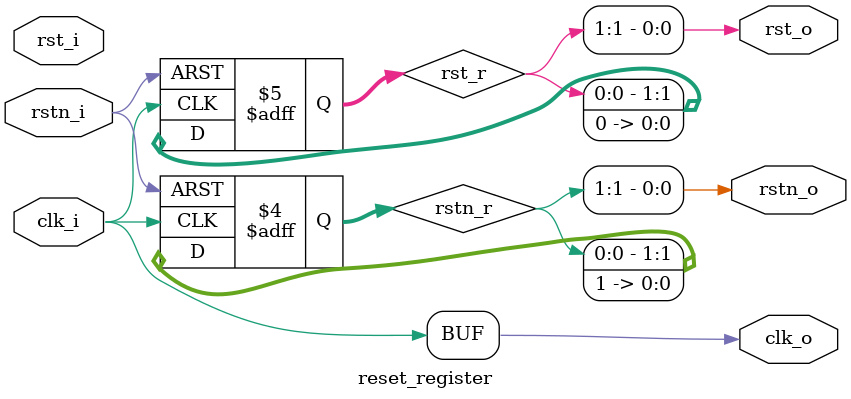
<source format=v>
`timescale 1ns / 1ps


module reset_register
        #(parameter RST_ACTIVE_LEVEL = "LOW") (
        input clk_i,
        input rstn_i,
        input rst_i,
        output clk_o,
        output rstn_o,
        output rst_o
    );
reg [1:0] rstn_r;
reg [1:0] rst_r;
    
// AXI-LITE reset mngt
initial
begin
    rstn_r <= 0;
    rst_r  <= 3;
end

if (RST_ACTIVE_LEVEL == "LOW")
    always @(posedge clk_i, negedge rstn_i)
    begin
        if (!rstn_i)
        begin
            rstn_r <= 0;
            rst_r  <= 3;
        end    else begin
            rstn_r  <= {rstn_r[0],1'b1};
            rst_r   <= {rst_r[0],1'b0};
        end
    end
else if (RST_ACTIVE_LEVEL == "HIGH")
    always @(posedge clk_i,posedge rst_i)
    begin
        if (rst_i)
        begin
            rstn_r <= 0;
            rst_r  <= 3;
        end    else begin
            rstn_r  <= {rstn_r[0],1'b1};
            rst_r   <= {rst_r[0],1'b0};
        end
end

assign rstn_o   = rstn_r[1];
assign rst_o    = rst_r[1];
assign clk_o    = clk_i;

endmodule

</source>
